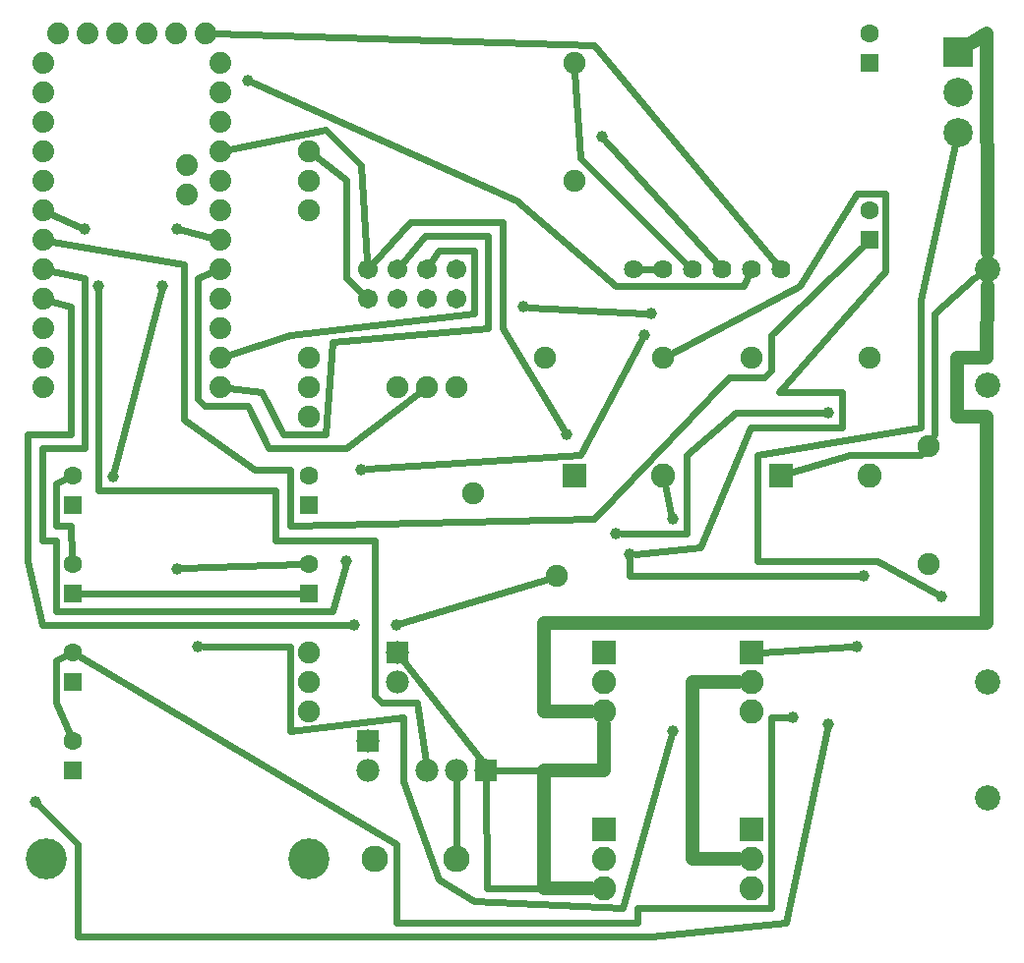
<source format=gtl>
G04 MADE WITH FRITZING*
G04 WWW.FRITZING.ORG*
G04 DOUBLE SIDED*
G04 HOLES PLATED*
G04 CONTOUR ON CENTER OF CONTOUR VECTOR*
%ASAXBY*%
%FSLAX23Y23*%
%MOIN*%
%OFA0B0*%
%SFA1.0B1.0*%
%ADD10C,0.039370*%
%ADD11C,0.078000*%
%ADD12C,0.062992*%
%ADD13C,0.075000*%
%ADD14C,0.074000*%
%ADD15C,0.064000*%
%ADD16C,0.085437*%
%ADD17C,0.082000*%
%ADD18C,0.090000*%
%ADD19C,0.067278*%
%ADD20C,0.138889*%
%ADD21C,0.099055*%
%ADD22R,0.078000X0.078000*%
%ADD23R,0.062992X0.062992*%
%ADD24R,0.082000X0.082000*%
%ADD25R,0.099055X0.099055*%
%ADD26C,0.024000*%
%ADD27C,0.048000*%
%LNCOPPER1*%
G90*
G70*
G54D10*
X2220Y1454D03*
X1860Y1742D03*
X540Y2438D03*
X492Y2246D03*
X324Y1598D03*
X228Y2438D03*
X276Y2246D03*
X1116Y1310D03*
X1164Y1622D03*
X2124Y2078D03*
X1284Y1094D03*
X1140Y1094D03*
X2220Y734D03*
X612Y1022D03*
X540Y1286D03*
X2028Y1406D03*
X2748Y1814D03*
X2628Y782D03*
X1716Y2174D03*
X2148Y2150D03*
X2748Y758D03*
X60Y494D03*
X780Y2942D03*
X2844Y1022D03*
X2868Y1262D03*
X2076Y1334D03*
X1980Y2750D03*
X3132Y1190D03*
G54D11*
X1288Y1001D03*
X1288Y901D03*
G54D12*
X2888Y2401D03*
X2888Y2500D03*
X2888Y3001D03*
X2888Y3100D03*
G54D13*
X1888Y3001D03*
X1888Y2601D03*
G54D14*
X638Y3101D03*
X538Y3101D03*
X438Y3101D03*
X338Y3101D03*
X238Y3101D03*
X138Y3101D03*
X688Y3001D03*
X688Y2901D03*
X688Y2801D03*
X688Y2701D03*
X688Y2601D03*
X573Y2656D03*
X573Y2556D03*
X688Y2501D03*
X688Y2401D03*
X688Y2301D03*
X688Y2201D03*
X688Y2101D03*
X688Y2001D03*
X688Y1901D03*
X88Y1901D03*
X88Y2001D03*
X88Y2101D03*
X88Y2201D03*
X88Y2301D03*
X88Y2401D03*
X88Y2501D03*
X88Y2601D03*
X88Y2701D03*
X88Y2801D03*
X88Y2901D03*
X88Y3001D03*
G54D15*
X2588Y2301D03*
X2488Y2301D03*
X2388Y2301D03*
X2288Y2301D03*
X2188Y2301D03*
X2088Y2301D03*
G54D16*
X3288Y508D03*
X3288Y901D03*
X3288Y508D03*
X3288Y901D03*
X3288Y1908D03*
X3288Y2301D03*
X3288Y1908D03*
X3288Y2301D03*
G54D17*
X1988Y401D03*
X1988Y301D03*
X1988Y201D03*
X1988Y1001D03*
X1988Y901D03*
X1988Y801D03*
X2488Y401D03*
X2488Y301D03*
X2488Y201D03*
X2488Y1001D03*
X2488Y901D03*
X2488Y801D03*
G54D13*
X1788Y2001D03*
X2188Y2001D03*
X3088Y1701D03*
X3088Y1301D03*
X2488Y2001D03*
X2888Y2001D03*
X1546Y1543D03*
X1829Y1260D03*
G54D17*
X1888Y1601D03*
X2188Y1601D03*
X2588Y1601D03*
X2888Y1601D03*
G54D18*
X1488Y301D03*
X1212Y301D03*
X1488Y301D03*
X1212Y301D03*
G54D19*
X1188Y2301D03*
X1288Y2301D03*
X1388Y2301D03*
X1488Y2301D03*
X1188Y2201D03*
X1288Y2201D03*
X1388Y2201D03*
X1488Y2201D03*
G54D20*
X99Y301D03*
X988Y301D03*
G54D11*
X1588Y601D03*
X1488Y601D03*
X1388Y601D03*
X1188Y701D03*
X1188Y601D03*
G54D13*
X1288Y1901D03*
X1388Y1901D03*
X1488Y1901D03*
G54D12*
X188Y903D03*
X188Y1001D03*
X188Y603D03*
X188Y701D03*
X188Y1503D03*
X188Y1601D03*
X188Y1203D03*
X188Y1301D03*
G54D13*
X988Y1001D03*
X988Y901D03*
X988Y801D03*
G54D12*
X988Y1503D03*
X988Y1601D03*
X988Y1203D03*
X988Y1301D03*
G54D13*
X988Y2001D03*
X988Y1901D03*
X988Y1801D03*
X988Y2701D03*
X988Y2601D03*
X988Y2501D03*
G54D21*
X3188Y3039D03*
X3188Y2901D03*
X3188Y2764D03*
G54D22*
X1288Y1001D03*
G54D23*
X2888Y2401D03*
X2888Y3001D03*
G54D24*
X1988Y401D03*
X1988Y1001D03*
X2488Y401D03*
X2488Y1001D03*
X1888Y1601D03*
X2588Y1601D03*
G54D22*
X1588Y601D03*
X1188Y701D03*
G54D23*
X188Y903D03*
X188Y603D03*
X188Y1503D03*
X188Y1203D03*
X988Y1503D03*
X988Y1203D03*
G54D25*
X3188Y3039D03*
G54D26*
X2157Y2301D02*
X2119Y2301D01*
D02*
X1116Y2270D02*
X1167Y2221D01*
D02*
X1116Y2606D02*
X1116Y2270D01*
D02*
X1011Y2684D02*
X1116Y2606D01*
D02*
X2820Y1670D02*
X2618Y1611D01*
D02*
X3060Y1670D02*
X2820Y1670D01*
D02*
X3069Y1680D02*
X3060Y1670D01*
D02*
X3240Y2270D02*
X3108Y2150D01*
D02*
X3249Y2276D02*
X3240Y2270D01*
D02*
X3108Y1742D02*
X3100Y1727D01*
D02*
X3108Y2150D02*
X3108Y1742D01*
D02*
X1306Y978D02*
X1572Y638D01*
D02*
X1548Y2150D02*
X924Y2078D01*
D02*
X1548Y2366D02*
X1548Y2150D01*
D02*
X1428Y2366D02*
X1548Y2366D01*
D02*
X1402Y2325D02*
X1428Y2366D01*
D02*
X1572Y638D02*
X1576Y629D01*
D02*
X2216Y1473D02*
X2195Y1570D01*
D02*
X924Y2078D02*
X717Y2011D01*
D02*
X1044Y1742D02*
X1068Y2054D01*
D02*
X900Y1742D02*
X1044Y1742D01*
D02*
X828Y1886D02*
X900Y1742D01*
D02*
X719Y1898D02*
X828Y1886D01*
D02*
X1380Y2414D02*
X1305Y2323D01*
D02*
X1596Y2414D02*
X1380Y2414D01*
D02*
X1596Y2102D02*
X1596Y2414D01*
D02*
X1068Y2054D02*
X1596Y2102D01*
D02*
X1365Y1884D02*
X1116Y1694D01*
D02*
X612Y1862D02*
X612Y2270D01*
D02*
X636Y1838D02*
X612Y1862D01*
D02*
X780Y1838D02*
X636Y1838D01*
D02*
X852Y1694D02*
X780Y1838D01*
D02*
X1116Y1694D02*
X852Y1694D01*
D02*
X564Y1790D02*
X804Y1622D01*
D02*
X564Y2318D02*
X564Y1790D01*
D02*
X118Y2396D02*
X564Y2318D01*
D02*
X612Y2270D02*
X659Y2290D01*
D02*
X924Y1430D02*
X1956Y1454D01*
D02*
X924Y1622D02*
X924Y1430D01*
D02*
X804Y1622D02*
X924Y1622D01*
D02*
X2532Y1934D02*
X2556Y1958D01*
D02*
X2412Y1934D02*
X2532Y1934D01*
D02*
X1956Y1454D02*
X2412Y1934D01*
D02*
X2556Y2078D02*
X2868Y2383D01*
D02*
X2556Y1958D02*
X2556Y2078D01*
D02*
X1186Y2329D02*
X1164Y2654D01*
X1164Y2654D02*
X1044Y2774D01*
X1044Y2774D02*
X718Y2708D01*
D02*
X961Y1203D02*
X215Y1203D01*
D02*
X1850Y1759D02*
X1644Y2102D01*
D02*
X1644Y2462D02*
X1332Y2462D01*
D02*
X1644Y2102D02*
X1644Y2462D01*
D02*
X658Y2409D02*
X558Y2434D01*
D02*
X1332Y2462D02*
X1206Y2322D01*
D02*
X487Y2228D02*
X329Y1617D01*
D02*
X116Y2489D02*
X211Y2446D01*
D02*
X1212Y854D02*
X1236Y830D01*
D02*
X1212Y1382D02*
X1212Y854D01*
D02*
X876Y1382D02*
X1212Y1382D01*
D02*
X876Y1550D02*
X876Y1382D01*
D02*
X276Y1550D02*
X876Y1550D01*
D02*
X276Y2227D02*
X276Y1550D01*
D02*
X180Y1430D02*
X186Y1328D01*
D02*
X132Y1430D02*
X180Y1430D01*
D02*
X132Y1574D02*
X132Y1430D01*
D02*
X164Y1590D02*
X132Y1574D01*
D02*
X118Y2295D02*
X228Y2270D01*
D02*
X1356Y830D02*
X1384Y631D01*
D02*
X1236Y830D02*
X1356Y830D01*
D02*
X1068Y1142D02*
X1111Y1292D01*
D02*
X132Y1142D02*
X1068Y1142D01*
D02*
X132Y1382D02*
X132Y1142D01*
D02*
X84Y1382D02*
X132Y1382D01*
D02*
X84Y1694D02*
X84Y1382D01*
D02*
X228Y1694D02*
X84Y1694D01*
D02*
X228Y2270D02*
X228Y1694D01*
D02*
X1908Y1670D02*
X2115Y2062D01*
D02*
X1183Y1624D02*
X1908Y1670D01*
D02*
X1802Y1252D02*
X1302Y1100D01*
D02*
X84Y1094D02*
X36Y1310D01*
D02*
X1121Y1094D02*
X84Y1094D01*
D02*
X180Y2174D02*
X118Y2193D01*
D02*
X180Y1742D02*
X180Y2174D01*
D02*
X36Y1742D02*
X180Y1742D01*
D02*
X36Y1310D02*
X36Y1742D01*
D02*
X2215Y716D02*
X2052Y134D01*
D02*
X1548Y158D02*
X1428Y230D01*
D02*
X2052Y134D02*
X1548Y158D01*
D02*
X1308Y566D02*
X1308Y782D01*
D02*
X1428Y230D02*
X1308Y566D01*
D02*
X924Y1022D02*
X631Y1022D01*
D02*
X924Y734D02*
X924Y1022D01*
D02*
X1308Y782D02*
X924Y734D01*
D02*
X559Y1287D02*
X961Y1301D01*
D02*
X132Y974D02*
X164Y990D01*
D02*
X132Y830D02*
X132Y974D01*
D02*
X177Y726D02*
X132Y830D01*
D02*
X2268Y1670D02*
X2436Y1814D01*
D02*
X2268Y1406D02*
X2268Y1670D01*
D02*
X2047Y1406D02*
X2268Y1406D01*
D02*
X2436Y1814D02*
X2729Y1814D01*
D02*
X2100Y86D02*
X1284Y86D01*
D02*
X2100Y134D02*
X2100Y86D01*
D02*
X2556Y134D02*
X2100Y134D01*
D02*
X2556Y782D02*
X2556Y134D01*
D02*
X2609Y782D02*
X2556Y782D01*
D02*
X1284Y350D02*
X211Y988D01*
D02*
X1284Y86D02*
X1284Y350D01*
D02*
X1735Y2173D02*
X2129Y2151D01*
D02*
X204Y38D02*
X204Y350D01*
D02*
X2148Y38D02*
X204Y38D01*
D02*
X2604Y86D02*
X2148Y38D01*
D02*
X2744Y740D02*
X2604Y86D01*
D02*
X204Y350D02*
X73Y481D01*
D02*
X2266Y2323D02*
X1908Y2678D01*
D02*
X669Y3100D02*
X1956Y3062D01*
D02*
X1908Y2678D02*
X1889Y2973D01*
D02*
X1956Y3062D02*
X2568Y2325D01*
D02*
X797Y2935D02*
X1692Y2534D01*
D02*
X2028Y2246D02*
X2460Y2246D01*
D02*
X1692Y2534D02*
X2028Y2246D01*
D02*
X2520Y1003D02*
X2825Y1021D01*
D02*
X2076Y1262D02*
X2076Y1315D01*
D02*
X2849Y1262D02*
X2076Y1262D01*
D02*
X2213Y2015D02*
X2652Y2246D01*
D02*
X2460Y2246D02*
X2474Y2274D01*
D02*
X2652Y2246D02*
X2844Y2558D01*
D02*
X2940Y2294D02*
X2580Y1886D01*
D02*
X2940Y2558D02*
X2940Y2294D01*
D02*
X2844Y2558D02*
X2940Y2558D01*
D02*
X2484Y1766D02*
X2316Y1358D01*
D02*
X2796Y1766D02*
X2484Y1766D01*
D02*
X2796Y1886D02*
X2796Y1766D01*
D02*
X2580Y1886D02*
X2796Y1886D01*
D02*
X2316Y1358D02*
X2095Y1336D01*
D02*
X1993Y2736D02*
X2367Y2324D01*
D02*
X3115Y1200D02*
X2916Y1310D01*
D02*
X2508Y1670D02*
X3060Y1766D01*
D02*
X2508Y1310D02*
X2508Y1670D01*
D02*
X2916Y1310D02*
X2508Y1310D01*
D02*
X3060Y2198D02*
X3179Y2724D01*
D02*
X3060Y1766D02*
X3060Y2198D01*
G54D27*
D02*
X3286Y3101D02*
X3288Y2358D01*
D02*
X3232Y3067D02*
X3286Y3101D01*
G54D26*
D02*
X1987Y602D02*
X1988Y769D01*
G54D27*
D02*
X3286Y2002D02*
X3287Y2244D01*
D02*
X3186Y2002D02*
X3286Y2002D01*
D02*
X3286Y1801D02*
X3186Y1801D01*
D02*
X3186Y1801D02*
X3186Y2002D01*
D02*
X3286Y1103D02*
X3286Y1801D01*
D02*
X1786Y1103D02*
X3286Y1103D01*
D02*
X1786Y803D02*
X1786Y1103D01*
D02*
X1944Y802D02*
X1786Y803D01*
D02*
X2287Y301D02*
X2444Y301D01*
D02*
X2444Y902D02*
X2287Y903D01*
D02*
X2287Y903D02*
X2287Y301D01*
G54D26*
D02*
X1956Y201D02*
X1590Y201D01*
D02*
X1590Y201D02*
X1588Y571D01*
D02*
X1488Y571D02*
X1488Y340D01*
G54D27*
D02*
X1786Y201D02*
X1944Y201D01*
D02*
X1786Y602D02*
X1786Y201D01*
D02*
X1987Y602D02*
X1786Y602D01*
D02*
X1987Y758D02*
X1987Y602D01*
G54D26*
D02*
X1618Y601D02*
X1987Y602D01*
G04 End of Copper1*
M02*
</source>
